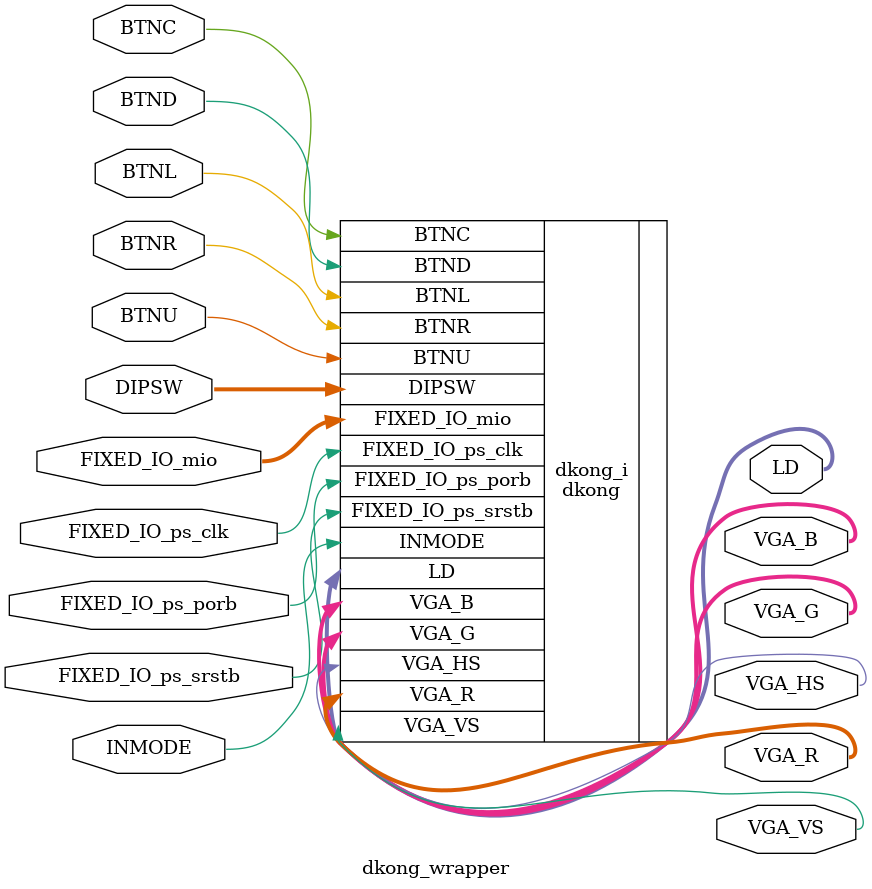
<source format=v>
`timescale 1 ps / 1 ps

module dkong_wrapper
   (BTNC,
    BTND,
    BTNL,
    BTNR,
    BTNU,
    DIPSW,
    FIXED_IO_mio,
    FIXED_IO_ps_clk,
    FIXED_IO_ps_porb,
    FIXED_IO_ps_srstb,
    INMODE,
    LD,
    VGA_B,
    VGA_G,
    VGA_HS,
    VGA_R,
    VGA_VS);
  input [0:0]BTNC;
  input [0:0]BTND;
  input [0:0]BTNL;
  input [0:0]BTNR;
  input [0:0]BTNU;
  input [1:0]DIPSW;
  inout [53:0]FIXED_IO_mio;
  inout FIXED_IO_ps_clk;
  inout FIXED_IO_ps_porb;
  inout FIXED_IO_ps_srstb;
  input INMODE;
  output [7:0]LD;
  output [3:0]VGA_B;
  output [3:0]VGA_G;
  output VGA_HS;
  output [3:0]VGA_R;
  output VGA_VS;

  wire [0:0]BTNC;
  wire [0:0]BTND;
  wire [0:0]BTNL;
  wire [0:0]BTNR;
  wire [0:0]BTNU;
  wire [1:0]DIPSW;
  wire [53:0]FIXED_IO_mio;
  wire FIXED_IO_ps_clk;
  wire FIXED_IO_ps_porb;
  wire FIXED_IO_ps_srstb;
  wire INMODE;
  wire [7:0]LD;
  wire [3:0]VGA_B;
  wire [3:0]VGA_G;
  wire VGA_HS;
  wire [3:0]VGA_R;
  wire VGA_VS;

  dkong dkong_i
       (.BTNC(BTNC),
        .BTND(BTND),
        .BTNL(BTNL),
        .BTNR(BTNR),
        .BTNU(BTNU),
        .DIPSW(DIPSW),
        .FIXED_IO_mio(FIXED_IO_mio),
        .FIXED_IO_ps_clk(FIXED_IO_ps_clk),
        .FIXED_IO_ps_porb(FIXED_IO_ps_porb),
        .FIXED_IO_ps_srstb(FIXED_IO_ps_srstb),
        .INMODE(INMODE),
        .LD(LD),
        .VGA_B(VGA_B),
        .VGA_G(VGA_G),
        .VGA_HS(VGA_HS),
        .VGA_R(VGA_R),
        .VGA_VS(VGA_VS));
endmodule

</source>
